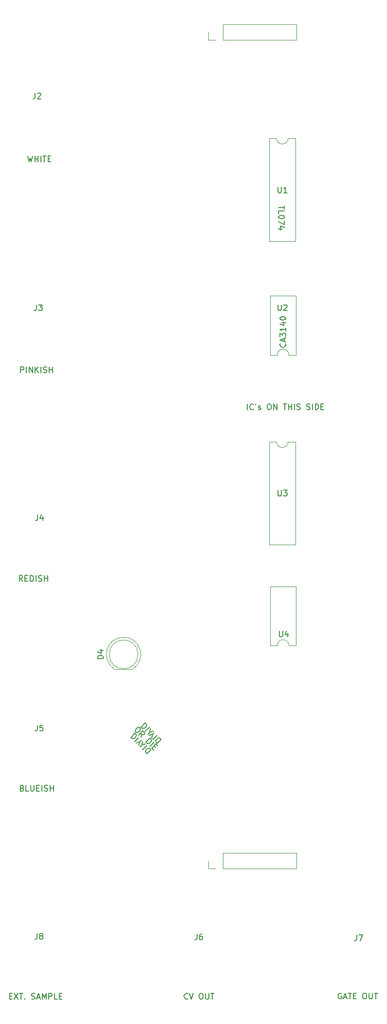
<source format=gbr>
%TF.GenerationSoftware,KiCad,Pcbnew,(5.1.6)-1*%
%TF.CreationDate,2020-06-22T20:03:53-05:00*%
%TF.ProjectId,NOISE_x_S_and_H,4e4f4953-455f-4785-9f53-5f616e645f48,rev?*%
%TF.SameCoordinates,Original*%
%TF.FileFunction,Legend,Top*%
%TF.FilePolarity,Positive*%
%FSLAX46Y46*%
G04 Gerber Fmt 4.6, Leading zero omitted, Abs format (unit mm)*
G04 Created by KiCad (PCBNEW (5.1.6)-1) date 2020-06-22 20:03:53*
%MOMM*%
%LPD*%
G01*
G04 APERTURE LIST*
%ADD10C,0.150000*%
%ADD11C,0.120000*%
G04 APERTURE END LIST*
D10*
X113130952Y-88302380D02*
X113130952Y-87302380D01*
X114178571Y-88207142D02*
X114130952Y-88254761D01*
X113988095Y-88302380D01*
X113892857Y-88302380D01*
X113750000Y-88254761D01*
X113654761Y-88159523D01*
X113607142Y-88064285D01*
X113559523Y-87873809D01*
X113559523Y-87730952D01*
X113607142Y-87540476D01*
X113654761Y-87445238D01*
X113750000Y-87350000D01*
X113892857Y-87302380D01*
X113988095Y-87302380D01*
X114130952Y-87350000D01*
X114178571Y-87397619D01*
X114654761Y-87302380D02*
X114559523Y-87492857D01*
X115035714Y-88254761D02*
X115130952Y-88302380D01*
X115321428Y-88302380D01*
X115416666Y-88254761D01*
X115464285Y-88159523D01*
X115464285Y-88111904D01*
X115416666Y-88016666D01*
X115321428Y-87969047D01*
X115178571Y-87969047D01*
X115083333Y-87921428D01*
X115035714Y-87826190D01*
X115035714Y-87778571D01*
X115083333Y-87683333D01*
X115178571Y-87635714D01*
X115321428Y-87635714D01*
X115416666Y-87683333D01*
X116845238Y-87302380D02*
X117035714Y-87302380D01*
X117130952Y-87350000D01*
X117226190Y-87445238D01*
X117273809Y-87635714D01*
X117273809Y-87969047D01*
X117226190Y-88159523D01*
X117130952Y-88254761D01*
X117035714Y-88302380D01*
X116845238Y-88302380D01*
X116750000Y-88254761D01*
X116654761Y-88159523D01*
X116607142Y-87969047D01*
X116607142Y-87635714D01*
X116654761Y-87445238D01*
X116750000Y-87350000D01*
X116845238Y-87302380D01*
X117702380Y-88302380D02*
X117702380Y-87302380D01*
X118273809Y-88302380D01*
X118273809Y-87302380D01*
X119369047Y-87302380D02*
X119940476Y-87302380D01*
X119654761Y-88302380D02*
X119654761Y-87302380D01*
X120273809Y-88302380D02*
X120273809Y-87302380D01*
X120273809Y-87778571D02*
X120845238Y-87778571D01*
X120845238Y-88302380D02*
X120845238Y-87302380D01*
X121321428Y-88302380D02*
X121321428Y-87302380D01*
X121750000Y-88254761D02*
X121892857Y-88302380D01*
X122130952Y-88302380D01*
X122226190Y-88254761D01*
X122273809Y-88207142D01*
X122321428Y-88111904D01*
X122321428Y-88016666D01*
X122273809Y-87921428D01*
X122226190Y-87873809D01*
X122130952Y-87826190D01*
X121940476Y-87778571D01*
X121845238Y-87730952D01*
X121797619Y-87683333D01*
X121750000Y-87588095D01*
X121750000Y-87492857D01*
X121797619Y-87397619D01*
X121845238Y-87350000D01*
X121940476Y-87302380D01*
X122178571Y-87302380D01*
X122321428Y-87350000D01*
X123464285Y-88254761D02*
X123607142Y-88302380D01*
X123845238Y-88302380D01*
X123940476Y-88254761D01*
X123988095Y-88207142D01*
X124035714Y-88111904D01*
X124035714Y-88016666D01*
X123988095Y-87921428D01*
X123940476Y-87873809D01*
X123845238Y-87826190D01*
X123654761Y-87778571D01*
X123559523Y-87730952D01*
X123511904Y-87683333D01*
X123464285Y-87588095D01*
X123464285Y-87492857D01*
X123511904Y-87397619D01*
X123559523Y-87350000D01*
X123654761Y-87302380D01*
X123892857Y-87302380D01*
X124035714Y-87350000D01*
X124464285Y-88302380D02*
X124464285Y-87302380D01*
X124940476Y-88302380D02*
X124940476Y-87302380D01*
X125178571Y-87302380D01*
X125321428Y-87350000D01*
X125416666Y-87445238D01*
X125464285Y-87540476D01*
X125511904Y-87730952D01*
X125511904Y-87873809D01*
X125464285Y-88064285D01*
X125416666Y-88159523D01*
X125321428Y-88254761D01*
X125178571Y-88302380D01*
X124940476Y-88302380D01*
X125940476Y-87778571D02*
X126273809Y-87778571D01*
X126416666Y-88302380D02*
X125940476Y-88302380D01*
X125940476Y-87302380D01*
X126416666Y-87302380D01*
X95636717Y-148066480D02*
X96343824Y-147359374D01*
X96175465Y-147191015D01*
X96040778Y-147123671D01*
X95906091Y-147123671D01*
X95805076Y-147157343D01*
X95636717Y-147258358D01*
X95535702Y-147359374D01*
X95434687Y-147527732D01*
X95401015Y-147628748D01*
X95401015Y-147763435D01*
X95468358Y-147898122D01*
X95636717Y-148066480D01*
X94929610Y-147359374D02*
X95636717Y-146652267D01*
X94794923Y-146551251D02*
X94458206Y-146887969D01*
X95401015Y-146416564D02*
X94794923Y-146551251D01*
X94929610Y-145945160D01*
X102771428Y-190657142D02*
X102723809Y-190704761D01*
X102580952Y-190752380D01*
X102485714Y-190752380D01*
X102342857Y-190704761D01*
X102247619Y-190609523D01*
X102200000Y-190514285D01*
X102152380Y-190323809D01*
X102152380Y-190180952D01*
X102200000Y-189990476D01*
X102247619Y-189895238D01*
X102342857Y-189800000D01*
X102485714Y-189752380D01*
X102580952Y-189752380D01*
X102723809Y-189800000D01*
X102771428Y-189847619D01*
X103057142Y-189752380D02*
X103390476Y-190752380D01*
X103723809Y-189752380D01*
X105009523Y-189752380D02*
X105200000Y-189752380D01*
X105295238Y-189800000D01*
X105390476Y-189895238D01*
X105438095Y-190085714D01*
X105438095Y-190419047D01*
X105390476Y-190609523D01*
X105295238Y-190704761D01*
X105200000Y-190752380D01*
X105009523Y-190752380D01*
X104914285Y-190704761D01*
X104819047Y-190609523D01*
X104771428Y-190419047D01*
X104771428Y-190085714D01*
X104819047Y-189895238D01*
X104914285Y-189800000D01*
X105009523Y-189752380D01*
X105866666Y-189752380D02*
X105866666Y-190561904D01*
X105914285Y-190657142D01*
X105961904Y-190704761D01*
X106057142Y-190752380D01*
X106247619Y-190752380D01*
X106342857Y-190704761D01*
X106390476Y-190657142D01*
X106438095Y-190561904D01*
X106438095Y-189752380D01*
X106771428Y-189752380D02*
X107342857Y-189752380D01*
X107057142Y-190752380D02*
X107057142Y-189752380D01*
X129490476Y-189740000D02*
X129395238Y-189692380D01*
X129252380Y-189692380D01*
X129109523Y-189740000D01*
X129014285Y-189835238D01*
X128966666Y-189930476D01*
X128919047Y-190120952D01*
X128919047Y-190263809D01*
X128966666Y-190454285D01*
X129014285Y-190549523D01*
X129109523Y-190644761D01*
X129252380Y-190692380D01*
X129347619Y-190692380D01*
X129490476Y-190644761D01*
X129538095Y-190597142D01*
X129538095Y-190263809D01*
X129347619Y-190263809D01*
X129919047Y-190406666D02*
X130395238Y-190406666D01*
X129823809Y-190692380D02*
X130157142Y-189692380D01*
X130490476Y-190692380D01*
X130680952Y-189692380D02*
X131252380Y-189692380D01*
X130966666Y-190692380D02*
X130966666Y-189692380D01*
X131585714Y-190168571D02*
X131919047Y-190168571D01*
X132061904Y-190692380D02*
X131585714Y-190692380D01*
X131585714Y-189692380D01*
X132061904Y-189692380D01*
X133442857Y-189692380D02*
X133633333Y-189692380D01*
X133728571Y-189740000D01*
X133823809Y-189835238D01*
X133871428Y-190025714D01*
X133871428Y-190359047D01*
X133823809Y-190549523D01*
X133728571Y-190644761D01*
X133633333Y-190692380D01*
X133442857Y-190692380D01*
X133347619Y-190644761D01*
X133252380Y-190549523D01*
X133204761Y-190359047D01*
X133204761Y-190025714D01*
X133252380Y-189835238D01*
X133347619Y-189740000D01*
X133442857Y-189692380D01*
X134300000Y-189692380D02*
X134300000Y-190501904D01*
X134347619Y-190597142D01*
X134395238Y-190644761D01*
X134490476Y-190692380D01*
X134680952Y-190692380D01*
X134776190Y-190644761D01*
X134823809Y-190597142D01*
X134871428Y-190501904D01*
X134871428Y-189692380D01*
X135204761Y-189692380D02*
X135776190Y-189692380D01*
X135490476Y-190692380D02*
X135490476Y-189692380D01*
X74029047Y-118122380D02*
X73695714Y-117646190D01*
X73457619Y-118122380D02*
X73457619Y-117122380D01*
X73838571Y-117122380D01*
X73933809Y-117170000D01*
X73981428Y-117217619D01*
X74029047Y-117312857D01*
X74029047Y-117455714D01*
X73981428Y-117550952D01*
X73933809Y-117598571D01*
X73838571Y-117646190D01*
X73457619Y-117646190D01*
X74457619Y-117598571D02*
X74790952Y-117598571D01*
X74933809Y-118122380D02*
X74457619Y-118122380D01*
X74457619Y-117122380D01*
X74933809Y-117122380D01*
X75362380Y-118122380D02*
X75362380Y-117122380D01*
X75600476Y-117122380D01*
X75743333Y-117170000D01*
X75838571Y-117265238D01*
X75886190Y-117360476D01*
X75933809Y-117550952D01*
X75933809Y-117693809D01*
X75886190Y-117884285D01*
X75838571Y-117979523D01*
X75743333Y-118074761D01*
X75600476Y-118122380D01*
X75362380Y-118122380D01*
X76362380Y-118122380D02*
X76362380Y-117122380D01*
X76790952Y-118074761D02*
X76933809Y-118122380D01*
X77171904Y-118122380D01*
X77267142Y-118074761D01*
X77314761Y-118027142D01*
X77362380Y-117931904D01*
X77362380Y-117836666D01*
X77314761Y-117741428D01*
X77267142Y-117693809D01*
X77171904Y-117646190D01*
X76981428Y-117598571D01*
X76886190Y-117550952D01*
X76838571Y-117503333D01*
X76790952Y-117408095D01*
X76790952Y-117312857D01*
X76838571Y-117217619D01*
X76886190Y-117170000D01*
X76981428Y-117122380D01*
X77219523Y-117122380D01*
X77362380Y-117170000D01*
X77790952Y-118122380D02*
X77790952Y-117122380D01*
X77790952Y-117598571D02*
X78362380Y-117598571D01*
X78362380Y-118122380D02*
X78362380Y-117122380D01*
X73962380Y-154048571D02*
X74105238Y-154096190D01*
X74152857Y-154143809D01*
X74200476Y-154239047D01*
X74200476Y-154381904D01*
X74152857Y-154477142D01*
X74105238Y-154524761D01*
X74010000Y-154572380D01*
X73629047Y-154572380D01*
X73629047Y-153572380D01*
X73962380Y-153572380D01*
X74057619Y-153620000D01*
X74105238Y-153667619D01*
X74152857Y-153762857D01*
X74152857Y-153858095D01*
X74105238Y-153953333D01*
X74057619Y-154000952D01*
X73962380Y-154048571D01*
X73629047Y-154048571D01*
X75105238Y-154572380D02*
X74629047Y-154572380D01*
X74629047Y-153572380D01*
X75438571Y-153572380D02*
X75438571Y-154381904D01*
X75486190Y-154477142D01*
X75533809Y-154524761D01*
X75629047Y-154572380D01*
X75819523Y-154572380D01*
X75914761Y-154524761D01*
X75962380Y-154477142D01*
X76010000Y-154381904D01*
X76010000Y-153572380D01*
X76486190Y-154048571D02*
X76819523Y-154048571D01*
X76962380Y-154572380D02*
X76486190Y-154572380D01*
X76486190Y-153572380D01*
X76962380Y-153572380D01*
X77390952Y-154572380D02*
X77390952Y-153572380D01*
X77819523Y-154524761D02*
X77962380Y-154572380D01*
X78200476Y-154572380D01*
X78295714Y-154524761D01*
X78343333Y-154477142D01*
X78390952Y-154381904D01*
X78390952Y-154286666D01*
X78343333Y-154191428D01*
X78295714Y-154143809D01*
X78200476Y-154096190D01*
X78010000Y-154048571D01*
X77914761Y-154000952D01*
X77867142Y-153953333D01*
X77819523Y-153858095D01*
X77819523Y-153762857D01*
X77867142Y-153667619D01*
X77914761Y-153620000D01*
X78010000Y-153572380D01*
X78248095Y-153572380D01*
X78390952Y-153620000D01*
X78819523Y-154572380D02*
X78819523Y-153572380D01*
X78819523Y-154048571D02*
X79390952Y-154048571D01*
X79390952Y-154572380D02*
X79390952Y-153572380D01*
X73698095Y-81852380D02*
X73698095Y-80852380D01*
X74079047Y-80852380D01*
X74174285Y-80900000D01*
X74221904Y-80947619D01*
X74269523Y-81042857D01*
X74269523Y-81185714D01*
X74221904Y-81280952D01*
X74174285Y-81328571D01*
X74079047Y-81376190D01*
X73698095Y-81376190D01*
X74698095Y-81852380D02*
X74698095Y-80852380D01*
X75174285Y-81852380D02*
X75174285Y-80852380D01*
X75745714Y-81852380D01*
X75745714Y-80852380D01*
X76221904Y-81852380D02*
X76221904Y-80852380D01*
X76793333Y-81852380D02*
X76364761Y-81280952D01*
X76793333Y-80852380D02*
X76221904Y-81423809D01*
X77221904Y-81852380D02*
X77221904Y-80852380D01*
X77650476Y-81804761D02*
X77793333Y-81852380D01*
X78031428Y-81852380D01*
X78126666Y-81804761D01*
X78174285Y-81757142D01*
X78221904Y-81661904D01*
X78221904Y-81566666D01*
X78174285Y-81471428D01*
X78126666Y-81423809D01*
X78031428Y-81376190D01*
X77840952Y-81328571D01*
X77745714Y-81280952D01*
X77698095Y-81233333D01*
X77650476Y-81138095D01*
X77650476Y-81042857D01*
X77698095Y-80947619D01*
X77745714Y-80900000D01*
X77840952Y-80852380D01*
X78079047Y-80852380D01*
X78221904Y-80900000D01*
X78650476Y-81852380D02*
X78650476Y-80852380D01*
X78650476Y-81328571D02*
X79221904Y-81328571D01*
X79221904Y-81852380D02*
X79221904Y-80852380D01*
X74926190Y-44222380D02*
X75164285Y-45222380D01*
X75354761Y-44508095D01*
X75545238Y-45222380D01*
X75783333Y-44222380D01*
X76164285Y-45222380D02*
X76164285Y-44222380D01*
X76164285Y-44698571D02*
X76735714Y-44698571D01*
X76735714Y-45222380D02*
X76735714Y-44222380D01*
X77211904Y-45222380D02*
X77211904Y-44222380D01*
X77545238Y-44222380D02*
X78116666Y-44222380D01*
X77830952Y-45222380D02*
X77830952Y-44222380D01*
X78450000Y-44698571D02*
X78783333Y-44698571D01*
X78926190Y-45222380D02*
X78450000Y-45222380D01*
X78450000Y-44222380D01*
X78926190Y-44222380D01*
X71786190Y-190228571D02*
X72119523Y-190228571D01*
X72262380Y-190752380D02*
X71786190Y-190752380D01*
X71786190Y-189752380D01*
X72262380Y-189752380D01*
X72595714Y-189752380D02*
X73262380Y-190752380D01*
X73262380Y-189752380D02*
X72595714Y-190752380D01*
X73500476Y-189752380D02*
X74071904Y-189752380D01*
X73786190Y-190752380D02*
X73786190Y-189752380D01*
X74405238Y-190657142D02*
X74452857Y-190704761D01*
X74405238Y-190752380D01*
X74357619Y-190704761D01*
X74405238Y-190657142D01*
X74405238Y-190752380D01*
X75595714Y-190704761D02*
X75738571Y-190752380D01*
X75976666Y-190752380D01*
X76071904Y-190704761D01*
X76119523Y-190657142D01*
X76167142Y-190561904D01*
X76167142Y-190466666D01*
X76119523Y-190371428D01*
X76071904Y-190323809D01*
X75976666Y-190276190D01*
X75786190Y-190228571D01*
X75690952Y-190180952D01*
X75643333Y-190133333D01*
X75595714Y-190038095D01*
X75595714Y-189942857D01*
X75643333Y-189847619D01*
X75690952Y-189800000D01*
X75786190Y-189752380D01*
X76024285Y-189752380D01*
X76167142Y-189800000D01*
X76548095Y-190466666D02*
X77024285Y-190466666D01*
X76452857Y-190752380D02*
X76786190Y-189752380D01*
X77119523Y-190752380D01*
X77452857Y-190752380D02*
X77452857Y-189752380D01*
X77786190Y-190466666D01*
X78119523Y-189752380D01*
X78119523Y-190752380D01*
X78595714Y-190752380D02*
X78595714Y-189752380D01*
X78976666Y-189752380D01*
X79071904Y-189800000D01*
X79119523Y-189847619D01*
X79167142Y-189942857D01*
X79167142Y-190085714D01*
X79119523Y-190180952D01*
X79071904Y-190228571D01*
X78976666Y-190276190D01*
X78595714Y-190276190D01*
X80071904Y-190752380D02*
X79595714Y-190752380D01*
X79595714Y-189752380D01*
X80405238Y-190228571D02*
X80738571Y-190228571D01*
X80881428Y-190752380D02*
X80405238Y-190752380D01*
X80405238Y-189752380D01*
X80881428Y-189752380D01*
X94345160Y-143520710D02*
X94479847Y-143655397D01*
X94513519Y-143756412D01*
X94513519Y-143891099D01*
X94412503Y-144059458D01*
X94176801Y-144295160D01*
X94008442Y-144396175D01*
X93873755Y-144396175D01*
X93772740Y-144362503D01*
X93638053Y-144227816D01*
X93604381Y-144126801D01*
X93604381Y-143992114D01*
X93705397Y-143823755D01*
X93941099Y-143588053D01*
X94109458Y-143487038D01*
X94244145Y-143487038D01*
X94345160Y-143520710D01*
X94648206Y-145237969D02*
X94749221Y-144665549D01*
X94244145Y-144833908D02*
X94951251Y-144126801D01*
X95220625Y-144396175D01*
X95254297Y-144497190D01*
X95254297Y-144564534D01*
X95220625Y-144665549D01*
X95119610Y-144766564D01*
X95018595Y-144800236D01*
X94951251Y-144800236D01*
X94850236Y-144766564D01*
X94580862Y-144497190D01*
X95490000Y-146079763D02*
X96197106Y-145372656D01*
X96365465Y-145541015D01*
X96432809Y-145675702D01*
X96432809Y-145810389D01*
X96399137Y-145911404D01*
X96298122Y-146079763D01*
X96197106Y-146180778D01*
X96028748Y-146281793D01*
X95927732Y-146315465D01*
X95793045Y-146315465D01*
X95658358Y-146248122D01*
X95490000Y-146079763D01*
X96197106Y-146786870D02*
X96904213Y-146079763D01*
X96904213Y-146753198D02*
X97139915Y-146988900D01*
X96870541Y-147460305D02*
X96533824Y-147123587D01*
X97240931Y-146416480D01*
X97577648Y-146753198D01*
X94653519Y-143473282D02*
X95360625Y-142766175D01*
X95528984Y-142934534D01*
X95596328Y-143069221D01*
X95596328Y-143203908D01*
X95562656Y-143304923D01*
X95461641Y-143473282D01*
X95360625Y-143574297D01*
X95192267Y-143675312D01*
X95091251Y-143708984D01*
X94956564Y-143708984D01*
X94821877Y-143641641D01*
X94653519Y-143473282D01*
X95360625Y-144180389D02*
X96067732Y-143473282D01*
X96168748Y-144315076D02*
X95832030Y-144651793D01*
X96303435Y-143708984D02*
X96168748Y-144315076D01*
X96774839Y-144180389D01*
X93563282Y-144533519D02*
X92856175Y-145240625D01*
X93024534Y-145408984D01*
X93159221Y-145476328D01*
X93293908Y-145476328D01*
X93394923Y-145442656D01*
X93563282Y-145341641D01*
X93664297Y-145240625D01*
X93765312Y-145072267D01*
X93798984Y-144971251D01*
X93798984Y-144836564D01*
X93731641Y-144701877D01*
X93563282Y-144533519D01*
X94270389Y-145240625D02*
X93563282Y-145947732D01*
X94405076Y-146048748D02*
X94741793Y-145712030D01*
X93798984Y-146183435D02*
X94405076Y-146048748D01*
X94270389Y-146654839D01*
X98146480Y-145586717D02*
X97439374Y-146293824D01*
X97271015Y-146125465D01*
X97203671Y-145990778D01*
X97203671Y-145856091D01*
X97237343Y-145755076D01*
X97338358Y-145586717D01*
X97439374Y-145485702D01*
X97607732Y-145384687D01*
X97708748Y-145351015D01*
X97843435Y-145351015D01*
X97978122Y-145418358D01*
X98146480Y-145586717D01*
X97439374Y-144879610D02*
X96732267Y-145586717D01*
X96631251Y-144744923D02*
X96967969Y-144408206D01*
X96496564Y-145351015D02*
X96631251Y-144744923D01*
X96025160Y-144879610D01*
D11*
%TO.C,REF\u002A\u002A*%
X106320000Y-24030000D02*
X106320000Y-22700000D01*
X107650000Y-24030000D02*
X106320000Y-24030000D01*
X108920000Y-24030000D02*
X108920000Y-21370000D01*
X108920000Y-21370000D02*
X121680000Y-21370000D01*
X108920000Y-24030000D02*
X121680000Y-24030000D01*
X121680000Y-24030000D02*
X121680000Y-21370000D01*
X106320000Y-168030000D02*
X106320000Y-166700000D01*
X107650000Y-168030000D02*
X106320000Y-168030000D01*
X108920000Y-168030000D02*
X108920000Y-165370000D01*
X108920000Y-165370000D02*
X121680000Y-165370000D01*
X108920000Y-168030000D02*
X121680000Y-168030000D01*
X121680000Y-168030000D02*
X121680000Y-165370000D01*
%TO.C,D4*%
X90055000Y-133390000D02*
X93145000Y-133390000D01*
X94100000Y-130830000D02*
G75*
G03*
X94100000Y-130830000I-2500000J0D01*
G01*
X91600462Y-127840000D02*
G75*
G03*
X90055170Y-133390000I-462J-2990000D01*
G01*
X91599538Y-127840000D02*
G75*
G02*
X93144830Y-133390000I462J-2990000D01*
G01*
%TO.C,U1*%
X121460000Y-41120000D02*
X120210000Y-41120000D01*
X121460000Y-59020000D02*
X121460000Y-41120000D01*
X116960000Y-59020000D02*
X121460000Y-59020000D01*
X116960000Y-41120000D02*
X116960000Y-59020000D01*
X118210000Y-41120000D02*
X116960000Y-41120000D01*
X120210000Y-41120000D02*
G75*
G02*
X118210000Y-41120000I-1000000J0D01*
G01*
%TO.C,U2*%
X120340000Y-78780000D02*
X121590000Y-78780000D01*
X121590000Y-78780000D02*
X121590000Y-68500000D01*
X121590000Y-68500000D02*
X117090000Y-68500000D01*
X117090000Y-68500000D02*
X117090000Y-78780000D01*
X117090000Y-78780000D02*
X118340000Y-78780000D01*
X118340000Y-78780000D02*
G75*
G02*
X120340000Y-78780000I1000000J0D01*
G01*
%TO.C,U3*%
X118210000Y-93870000D02*
X116960000Y-93870000D01*
X116960000Y-93870000D02*
X116960000Y-111770000D01*
X116960000Y-111770000D02*
X121460000Y-111770000D01*
X121460000Y-111770000D02*
X121460000Y-93870000D01*
X121460000Y-93870000D02*
X120210000Y-93870000D01*
X120210000Y-93870000D02*
G75*
G02*
X118210000Y-93870000I-1000000J0D01*
G01*
%TO.C,U4*%
X117090000Y-129280000D02*
X118340000Y-129280000D01*
X117090000Y-119000000D02*
X117090000Y-129280000D01*
X121590000Y-119000000D02*
X117090000Y-119000000D01*
X121590000Y-129280000D02*
X121590000Y-119000000D01*
X120340000Y-129280000D02*
X121590000Y-129280000D01*
X118340000Y-129280000D02*
G75*
G02*
X120340000Y-129280000I1000000J0D01*
G01*
%TO.C,J6*%
D10*
X104366666Y-179422380D02*
X104366666Y-180136666D01*
X104319047Y-180279523D01*
X104223809Y-180374761D01*
X104080952Y-180422380D01*
X103985714Y-180422380D01*
X105271428Y-179422380D02*
X105080952Y-179422380D01*
X104985714Y-179470000D01*
X104938095Y-179517619D01*
X104842857Y-179660476D01*
X104795238Y-179850952D01*
X104795238Y-180231904D01*
X104842857Y-180327142D01*
X104890476Y-180374761D01*
X104985714Y-180422380D01*
X105176190Y-180422380D01*
X105271428Y-180374761D01*
X105319047Y-180327142D01*
X105366666Y-180231904D01*
X105366666Y-179993809D01*
X105319047Y-179898571D01*
X105271428Y-179850952D01*
X105176190Y-179803333D01*
X104985714Y-179803333D01*
X104890476Y-179850952D01*
X104842857Y-179898571D01*
X104795238Y-179993809D01*
%TO.C,J7*%
X132166666Y-179562380D02*
X132166666Y-180276666D01*
X132119047Y-180419523D01*
X132023809Y-180514761D01*
X131880952Y-180562380D01*
X131785714Y-180562380D01*
X132547619Y-179562380D02*
X133214285Y-179562380D01*
X132785714Y-180562380D01*
%TO.C,J5*%
X76586666Y-143132380D02*
X76586666Y-143846666D01*
X76539047Y-143989523D01*
X76443809Y-144084761D01*
X76300952Y-144132380D01*
X76205714Y-144132380D01*
X77539047Y-143132380D02*
X77062857Y-143132380D01*
X77015238Y-143608571D01*
X77062857Y-143560952D01*
X77158095Y-143513333D01*
X77396190Y-143513333D01*
X77491428Y-143560952D01*
X77539047Y-143608571D01*
X77586666Y-143703809D01*
X77586666Y-143941904D01*
X77539047Y-144037142D01*
X77491428Y-144084761D01*
X77396190Y-144132380D01*
X77158095Y-144132380D01*
X77062857Y-144084761D01*
X77015238Y-144037142D01*
%TO.C,J4*%
X76646666Y-106542380D02*
X76646666Y-107256666D01*
X76599047Y-107399523D01*
X76503809Y-107494761D01*
X76360952Y-107542380D01*
X76265714Y-107542380D01*
X77551428Y-106875714D02*
X77551428Y-107542380D01*
X77313333Y-106494761D02*
X77075238Y-107209047D01*
X77694285Y-107209047D01*
%TO.C,J8*%
X76566666Y-179322380D02*
X76566666Y-180036666D01*
X76519047Y-180179523D01*
X76423809Y-180274761D01*
X76280952Y-180322380D01*
X76185714Y-180322380D01*
X77185714Y-179750952D02*
X77090476Y-179703333D01*
X77042857Y-179655714D01*
X76995238Y-179560476D01*
X76995238Y-179512857D01*
X77042857Y-179417619D01*
X77090476Y-179370000D01*
X77185714Y-179322380D01*
X77376190Y-179322380D01*
X77471428Y-179370000D01*
X77519047Y-179417619D01*
X77566666Y-179512857D01*
X77566666Y-179560476D01*
X77519047Y-179655714D01*
X77471428Y-179703333D01*
X77376190Y-179750952D01*
X77185714Y-179750952D01*
X77090476Y-179798571D01*
X77042857Y-179846190D01*
X76995238Y-179941428D01*
X76995238Y-180131904D01*
X77042857Y-180227142D01*
X77090476Y-180274761D01*
X77185714Y-180322380D01*
X77376190Y-180322380D01*
X77471428Y-180274761D01*
X77519047Y-180227142D01*
X77566666Y-180131904D01*
X77566666Y-179941428D01*
X77519047Y-179846190D01*
X77471428Y-179798571D01*
X77376190Y-179750952D01*
%TO.C,J3*%
X76456666Y-70062380D02*
X76456666Y-70776666D01*
X76409047Y-70919523D01*
X76313809Y-71014761D01*
X76170952Y-71062380D01*
X76075714Y-71062380D01*
X76837619Y-70062380D02*
X77456666Y-70062380D01*
X77123333Y-70443333D01*
X77266190Y-70443333D01*
X77361428Y-70490952D01*
X77409047Y-70538571D01*
X77456666Y-70633809D01*
X77456666Y-70871904D01*
X77409047Y-70967142D01*
X77361428Y-71014761D01*
X77266190Y-71062380D01*
X76980476Y-71062380D01*
X76885238Y-71014761D01*
X76837619Y-70967142D01*
%TO.C,J2*%
X76216666Y-33242380D02*
X76216666Y-33956666D01*
X76169047Y-34099523D01*
X76073809Y-34194761D01*
X75930952Y-34242380D01*
X75835714Y-34242380D01*
X76645238Y-33337619D02*
X76692857Y-33290000D01*
X76788095Y-33242380D01*
X77026190Y-33242380D01*
X77121428Y-33290000D01*
X77169047Y-33337619D01*
X77216666Y-33432857D01*
X77216666Y-33528095D01*
X77169047Y-33670952D01*
X76597619Y-34242380D01*
X77216666Y-34242380D01*
%TO.C,D4*%
X88092380Y-131568095D02*
X87092380Y-131568095D01*
X87092380Y-131330000D01*
X87140000Y-131187142D01*
X87235238Y-131091904D01*
X87330476Y-131044285D01*
X87520952Y-130996666D01*
X87663809Y-130996666D01*
X87854285Y-131044285D01*
X87949523Y-131091904D01*
X88044761Y-131187142D01*
X88092380Y-131330000D01*
X88092380Y-131568095D01*
X87425714Y-130139523D02*
X88092380Y-130139523D01*
X87044761Y-130377619D02*
X87759047Y-130615714D01*
X87759047Y-129996666D01*
%TO.C,U1*%
X118468095Y-49582380D02*
X118468095Y-50391904D01*
X118515714Y-50487142D01*
X118563333Y-50534761D01*
X118658571Y-50582380D01*
X118849047Y-50582380D01*
X118944285Y-50534761D01*
X118991904Y-50487142D01*
X119039523Y-50391904D01*
X119039523Y-49582380D01*
X120039523Y-50582380D02*
X119468095Y-50582380D01*
X119753809Y-50582380D02*
X119753809Y-49582380D01*
X119658571Y-49725238D01*
X119563333Y-49820476D01*
X119468095Y-49868095D01*
X119577619Y-52850952D02*
X119577619Y-53422380D01*
X118577619Y-53136666D02*
X119577619Y-53136666D01*
X118577619Y-54231904D02*
X118577619Y-53755714D01*
X119577619Y-53755714D01*
X119577619Y-54755714D02*
X119577619Y-54850952D01*
X119530000Y-54946190D01*
X119482380Y-54993809D01*
X119387142Y-55041428D01*
X119196666Y-55089047D01*
X118958571Y-55089047D01*
X118768095Y-55041428D01*
X118672857Y-54993809D01*
X118625238Y-54946190D01*
X118577619Y-54850952D01*
X118577619Y-54755714D01*
X118625238Y-54660476D01*
X118672857Y-54612857D01*
X118768095Y-54565238D01*
X118958571Y-54517619D01*
X119196666Y-54517619D01*
X119387142Y-54565238D01*
X119482380Y-54612857D01*
X119530000Y-54660476D01*
X119577619Y-54755714D01*
X119577619Y-55422380D02*
X119577619Y-56089047D01*
X118577619Y-55660476D01*
X119244285Y-56898571D02*
X118577619Y-56898571D01*
X119625238Y-56660476D02*
X118910952Y-56422380D01*
X118910952Y-57041428D01*
%TO.C,U2*%
X118448095Y-70062380D02*
X118448095Y-70871904D01*
X118495714Y-70967142D01*
X118543333Y-71014761D01*
X118638571Y-71062380D01*
X118829047Y-71062380D01*
X118924285Y-71014761D01*
X118971904Y-70967142D01*
X119019523Y-70871904D01*
X119019523Y-70062380D01*
X119448095Y-70157619D02*
X119495714Y-70110000D01*
X119590952Y-70062380D01*
X119829047Y-70062380D01*
X119924285Y-70110000D01*
X119971904Y-70157619D01*
X120019523Y-70252857D01*
X120019523Y-70348095D01*
X119971904Y-70490952D01*
X119400476Y-71062380D01*
X120019523Y-71062380D01*
X119707142Y-76803809D02*
X119754761Y-76851428D01*
X119802380Y-76994285D01*
X119802380Y-77089523D01*
X119754761Y-77232380D01*
X119659523Y-77327619D01*
X119564285Y-77375238D01*
X119373809Y-77422857D01*
X119230952Y-77422857D01*
X119040476Y-77375238D01*
X118945238Y-77327619D01*
X118850000Y-77232380D01*
X118802380Y-77089523D01*
X118802380Y-76994285D01*
X118850000Y-76851428D01*
X118897619Y-76803809D01*
X119516666Y-76422857D02*
X119516666Y-75946666D01*
X119802380Y-76518095D02*
X118802380Y-76184761D01*
X119802380Y-75851428D01*
X118802380Y-75613333D02*
X118802380Y-74994285D01*
X119183333Y-75327619D01*
X119183333Y-75184761D01*
X119230952Y-75089523D01*
X119278571Y-75041904D01*
X119373809Y-74994285D01*
X119611904Y-74994285D01*
X119707142Y-75041904D01*
X119754761Y-75089523D01*
X119802380Y-75184761D01*
X119802380Y-75470476D01*
X119754761Y-75565714D01*
X119707142Y-75613333D01*
X119802380Y-74041904D02*
X119802380Y-74613333D01*
X119802380Y-74327619D02*
X118802380Y-74327619D01*
X118945238Y-74422857D01*
X119040476Y-74518095D01*
X119088095Y-74613333D01*
X119135714Y-73184761D02*
X119802380Y-73184761D01*
X118754761Y-73422857D02*
X119469047Y-73660952D01*
X119469047Y-73041904D01*
X118802380Y-72470476D02*
X118802380Y-72375238D01*
X118850000Y-72280000D01*
X118897619Y-72232380D01*
X118992857Y-72184761D01*
X119183333Y-72137142D01*
X119421428Y-72137142D01*
X119611904Y-72184761D01*
X119707142Y-72232380D01*
X119754761Y-72280000D01*
X119802380Y-72375238D01*
X119802380Y-72470476D01*
X119754761Y-72565714D01*
X119707142Y-72613333D01*
X119611904Y-72660952D01*
X119421428Y-72708571D01*
X119183333Y-72708571D01*
X118992857Y-72660952D01*
X118897619Y-72613333D01*
X118850000Y-72565714D01*
X118802380Y-72470476D01*
%TO.C,U3*%
X118448095Y-102302380D02*
X118448095Y-103111904D01*
X118495714Y-103207142D01*
X118543333Y-103254761D01*
X118638571Y-103302380D01*
X118829047Y-103302380D01*
X118924285Y-103254761D01*
X118971904Y-103207142D01*
X119019523Y-103111904D01*
X119019523Y-102302380D01*
X119400476Y-102302380D02*
X120019523Y-102302380D01*
X119686190Y-102683333D01*
X119829047Y-102683333D01*
X119924285Y-102730952D01*
X119971904Y-102778571D01*
X120019523Y-102873809D01*
X120019523Y-103111904D01*
X119971904Y-103207142D01*
X119924285Y-103254761D01*
X119829047Y-103302380D01*
X119543333Y-103302380D01*
X119448095Y-103254761D01*
X119400476Y-103207142D01*
%TO.C,U4*%
X118688095Y-126752380D02*
X118688095Y-127561904D01*
X118735714Y-127657142D01*
X118783333Y-127704761D01*
X118878571Y-127752380D01*
X119069047Y-127752380D01*
X119164285Y-127704761D01*
X119211904Y-127657142D01*
X119259523Y-127561904D01*
X119259523Y-126752380D01*
X120164285Y-127085714D02*
X120164285Y-127752380D01*
X119926190Y-126704761D02*
X119688095Y-127419047D01*
X120307142Y-127419047D01*
%TD*%
M02*

</source>
